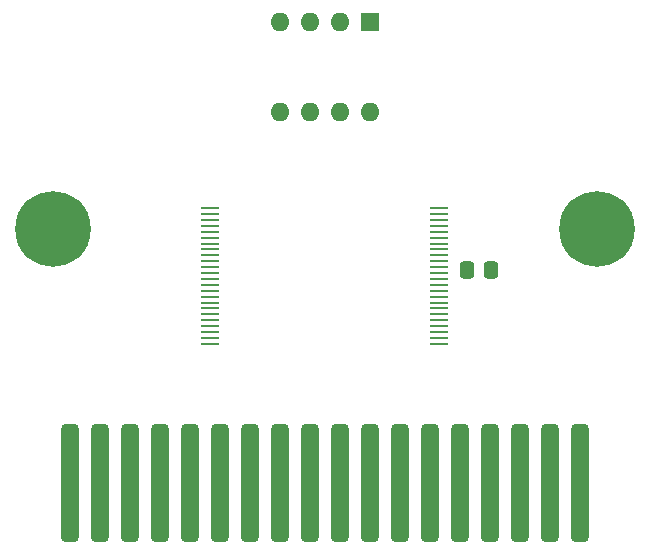
<source format=gbr>
G04 #@! TF.GenerationSoftware,KiCad,Pcbnew,(6.0.7-1)-1*
G04 #@! TF.CreationDate,2023-02-13T21:52:59-08:00*
G04 #@! TF.ProjectId,qcard-multicart,71636172-642d-46d7-956c-746963617274,1*
G04 #@! TF.SameCoordinates,Original*
G04 #@! TF.FileFunction,Soldermask,Top*
G04 #@! TF.FilePolarity,Negative*
%FSLAX46Y46*%
G04 Gerber Fmt 4.6, Leading zero omitted, Abs format (unit mm)*
G04 Created by KiCad (PCBNEW (6.0.7-1)-1) date 2023-02-13 21:52:59*
%MOMM*%
%LPD*%
G01*
G04 APERTURE LIST*
G04 Aperture macros list*
%AMRoundRect*
0 Rectangle with rounded corners*
0 $1 Rounding radius*
0 $2 $3 $4 $5 $6 $7 $8 $9 X,Y pos of 4 corners*
0 Add a 4 corners polygon primitive as box body*
4,1,4,$2,$3,$4,$5,$6,$7,$8,$9,$2,$3,0*
0 Add four circle primitives for the rounded corners*
1,1,$1+$1,$2,$3*
1,1,$1+$1,$4,$5*
1,1,$1+$1,$6,$7*
1,1,$1+$1,$8,$9*
0 Add four rect primitives between the rounded corners*
20,1,$1+$1,$2,$3,$4,$5,0*
20,1,$1+$1,$4,$5,$6,$7,0*
20,1,$1+$1,$6,$7,$8,$9,0*
20,1,$1+$1,$8,$9,$2,$3,0*%
G04 Aperture macros list end*
%ADD10R,1.540000X0.280000*%
%ADD11C,6.400000*%
%ADD12R,1.600000X1.600000*%
%ADD13O,1.600000X1.600000*%
%ADD14RoundRect,0.375000X-0.375000X-4.625000X0.375000X-4.625000X0.375000X4.625000X-0.375000X4.625000X0*%
%ADD15RoundRect,0.250000X0.337500X0.475000X-0.337500X0.475000X-0.337500X-0.475000X0.337500X-0.475000X0*%
G04 APERTURE END LIST*
D10*
X87310000Y-52250000D03*
X87310000Y-52750000D03*
X87310000Y-53250000D03*
X87310000Y-53750000D03*
X87310000Y-54250000D03*
X87310000Y-54750000D03*
X87310000Y-55250000D03*
X87310000Y-55750000D03*
X87310000Y-56250000D03*
X87310000Y-56750000D03*
X87310000Y-57250000D03*
X87310000Y-57750000D03*
X87310000Y-58250000D03*
X87310000Y-58750000D03*
X87310000Y-59250000D03*
X87310000Y-59750000D03*
X87310000Y-60250000D03*
X87310000Y-60750000D03*
X87310000Y-61250000D03*
X87310000Y-61750000D03*
X87310000Y-62250000D03*
X87310000Y-62750000D03*
X87310000Y-63250000D03*
X87310000Y-63750000D03*
X106690000Y-63750000D03*
X106690000Y-63250000D03*
X106690000Y-62750000D03*
X106690000Y-62250000D03*
X106690000Y-61750000D03*
X106690000Y-61250000D03*
X106690000Y-60750000D03*
X106690000Y-60250000D03*
X106690000Y-59750000D03*
X106690000Y-59250000D03*
X106690000Y-58750000D03*
X106690000Y-58250000D03*
X106690000Y-57750000D03*
X106690000Y-57250000D03*
X106690000Y-56750000D03*
X106690000Y-56250000D03*
X106690000Y-55750000D03*
X106690000Y-55250000D03*
X106690000Y-54750000D03*
X106690000Y-54250000D03*
X106690000Y-53750000D03*
X106690000Y-53250000D03*
X106690000Y-52750000D03*
X106690000Y-52250000D03*
D11*
X74000000Y-54000000D03*
X120000000Y-54000000D03*
D12*
X100800000Y-36500000D03*
D13*
X98260000Y-36500000D03*
X95720000Y-36500000D03*
X93180000Y-36500000D03*
X93180000Y-44120000D03*
X95720000Y-44120000D03*
X98260000Y-44120000D03*
X100800000Y-44120000D03*
D14*
X75410000Y-75500000D03*
X77950000Y-75500000D03*
X80490000Y-75500000D03*
X83030000Y-75500000D03*
X85570000Y-75500000D03*
X88110000Y-75500000D03*
X90650000Y-75500000D03*
X93190000Y-75500000D03*
X95730000Y-75500000D03*
X98270000Y-75500000D03*
X100810000Y-75500000D03*
X103350000Y-75500000D03*
X105890000Y-75500000D03*
X108430000Y-75500000D03*
X110970000Y-75500000D03*
X113510000Y-75500000D03*
X116050000Y-75500000D03*
X118590000Y-75500000D03*
D15*
X111075000Y-57500000D03*
X109000000Y-57500000D03*
M02*

</source>
